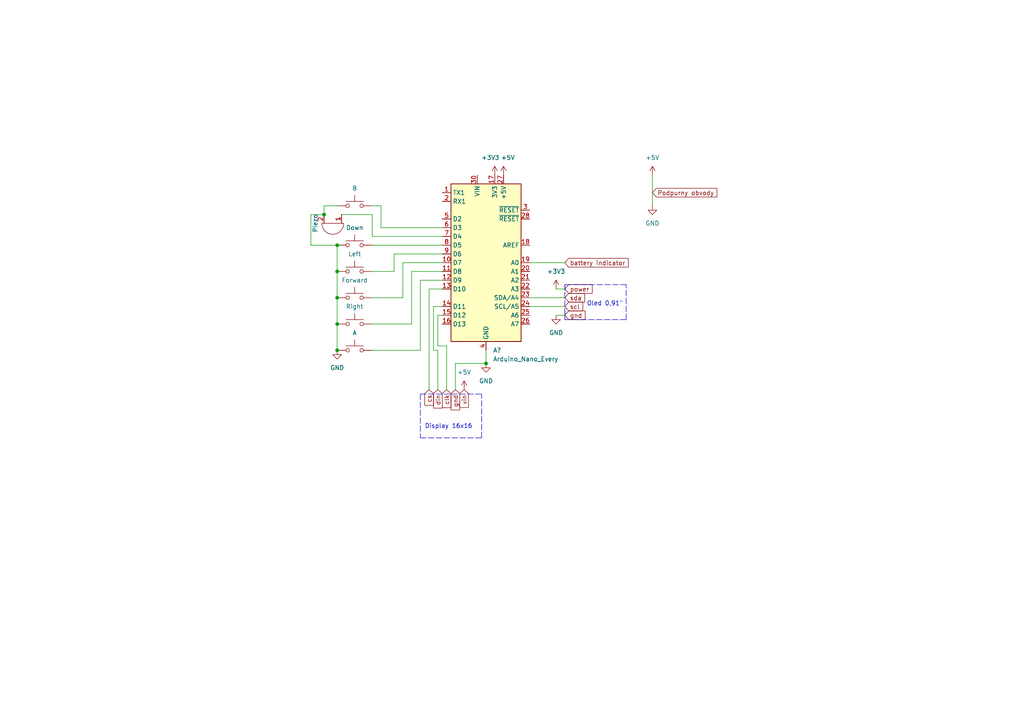
<source format=kicad_sch>
(kicad_sch (version 20211123) (generator eeschema)
  (paper "A4")
  (lib_symbols
    (symbol "Device:Buzzer" (pin_names (offset 0.0254) hide)
      (property "Reference" "BZ" (at 3.81 1.27 0))
      (property "Value" "Buzzer" (at 3.81 -1.27 0))
      (symbol "Buzzer_0_1"
        (arc (start 0 -3.175) (mid 3.175 0) (end 0 3.175))
        (polyline (pts (xy -1.651 1.905) (xy -1.143 1.905)))
        (polyline (pts (xy -1.397 2.159) (xy -1.397 1.651)))
        (polyline (pts (xy 0 3.175) (xy 0 -3.175)))
      )
      (symbol "Buzzer_1_1"
        (pin passive line (at -2.54 2.54 0) (length 2.54) (name "-") (number "1"))
        (pin passive line (at -2.54 -2.54 0) (length 2.54) (name "+") (number "2"))
      )
    )
    (symbol "MCU_Module:Arduino_Nano_Every"
      (property "Reference" "A?" (at 2.0194 -25.4 0))
      (property "Value" "Arduino_Nano_Every" (at 2.0194 -27.94 0))
      (symbol "Arduino_Nano_Every_0_1"
        (rectangle (start -10.16 22.86) (end 10.16 -22.86) (stroke (width 0.254)) (fill (type background)))
      )
      (symbol "Arduino_Nano_Every_1_1"
        (pin bidirectional line (at -12.7 20.32 0) (length 2.54) (name "TX1") (number "1"))
        (pin bidirectional line (at -12.7 0 0) (length 2.54) (name "D7") (number "10"))
        (pin bidirectional line (at -12.7 -2.54 0) (length 2.54) (name "D8") (number "11"))
        (pin bidirectional line (at -12.7 -5.08 0) (length 2.54) (name "D9") (number "12"))
        (pin bidirectional line (at -12.7 -7.62 0) (length 2.54) (name "D10") (number "13"))
        (pin bidirectional line (at -12.7 -12.7 0) (length 2.54) (name "D11") (number "14"))
        (pin bidirectional line (at -12.7 -15.24 0) (length 2.54) (name "D12") (number "15"))
        (pin bidirectional line (at -12.7 -17.78 0) (length 2.54) (name "D13") (number "16"))
        (pin power_out line (at 2.54 25.4 270) (length 2.54) (name "3V3") (number "17"))
        (pin input line (at 12.7 5.08 180) (length 2.54) (name "AREF") (number "18"))
        (pin bidirectional line (at 12.7 0 180) (length 2.54) (name "A0") (number "19"))
        (pin bidirectional line (at -12.7 17.78 0) (length 2.54) (name "RX1") (number "2"))
        (pin bidirectional line (at 12.7 -2.54 180) (length 2.54) (name "A1") (number "20"))
        (pin bidirectional line (at 12.7 -5.08 180) (length 2.54) (name "A2") (number "21"))
        (pin bidirectional line (at 12.7 -7.62 180) (length 2.54) (name "A3") (number "22"))
        (pin bidirectional line (at 12.7 -10.16 180) (length 2.54) (name "SDA/A4") (number "23"))
        (pin bidirectional line (at 12.7 -12.7 180) (length 2.54) (name "SCL/A5") (number "24"))
        (pin bidirectional line (at 12.7 -15.24 180) (length 2.54) (name "A6") (number "25"))
        (pin bidirectional line (at 12.7 -17.78 180) (length 2.54) (name "A7") (number "26"))
        (pin power_out line (at 5.08 25.4 270) (length 2.54) (name "+5V") (number "27"))
        (pin input line (at 12.7 12.7 180) (length 2.54) (name "~{RESET}") (number "28"))
        (pin passive line (at 0 -25.4 90) (length 2.54) hide (name "GND") (number "29"))
        (pin input line (at 12.7 15.24 180) (length 2.54) (name "~{RESET}") (number "3"))
        (pin power_in line (at -2.54 25.4 270) (length 2.54) (name "VIN") (number "30"))
        (pin power_in line (at 0 -25.4 90) (length 2.54) (name "GND") (number "4"))
        (pin bidirectional line (at -12.7 12.7 0) (length 2.54) (name "D2") (number "5"))
        (pin bidirectional line (at -12.7 10.16 0) (length 2.54) (name "D3") (number "6"))
        (pin bidirectional line (at -12.7 7.62 0) (length 2.54) (name "D4") (number "7"))
        (pin bidirectional line (at -12.7 5.08 0) (length 2.54) (name "D5") (number "8"))
        (pin bidirectional line (at -12.7 2.54 0) (length 2.54) (name "D6") (number "9"))
      )
    )
    (symbol "Switch:SW_Push" (pin_numbers hide) (pin_names (offset 1.016) hide)
      (property "Reference" "SW" (at 1.27 2.54 0))
      (property "Value" "SW_Push" (at 0 -1.524 0))
      (symbol "SW_Push_0_1"
        (circle (center -2.032 0) (radius 0.508))
        (polyline (pts (xy 0 1.27) (xy 0 3.048)))
        (polyline (pts (xy 2.54 1.27) (xy -2.54 1.27)))
        (circle (center 2.032 0) (radius 0.508))
        (pin passive line (at -5.08 0 0) (length 2.54) (name "1") (number "1"))
        (pin passive line (at 5.08 0 180) (length 2.54) (name "2") (number "2"))
      )
    )
    (symbol "power:+3.3V" (power) (pin_names (offset 0))
      (property "Value" "+3.3V" (at 0 3.556 0))
      (symbol "+3.3V_0_1"
        (polyline (pts (xy -0.762 1.27) (xy 0 2.54)))
        (polyline (pts (xy 0 0) (xy 0 2.54)))
        (polyline (pts (xy 0 2.54) (xy 0.762 1.27)))
      )
      (symbol "+3.3V_1_1"
        (pin power_in line (at 0 0 90) (length 0) hide (name "+3V3") (number "1"))
      )
    )
    (symbol "power:+5V" (power) (pin_names (offset 0))
      (property "Value" "+5V" (at 0 3.556 0))
      (symbol "+5V_0_1"
        (polyline (pts (xy -0.762 1.27) (xy 0 2.54)))
        (polyline (pts (xy 0 0) (xy 0 2.54)))
        (polyline (pts (xy 0 2.54) (xy 0.762 1.27)))
      )
      (symbol "+5V_1_1"
        (pin power_in line (at 0 0 90) (length 0) hide (name "+5V") (number "1"))
      )
    )
    (symbol "power:GND" (power) (pin_names (offset 0))
      (property "Value" "GND" (at 0 -3.81 0))
      (symbol "GND_0_1"
        (polyline (pts (xy 0 0) (xy 0 -1.27) (xy 1.27 -1.27) (xy 0 -2.54) (xy -1.27 -1.27) (xy 0 -1.27)))
      )
      (symbol "GND_1_1"
        (pin power_in line (at 0 0 270) (length 0) hide (name "GND") (number "1"))
      )
    )
  )
  (junction (at 93.98 62.23))
  (junction (at 97.79 101.6))
  (junction (at 97.79 93.98))
  (junction (at 140.97 105.41))
  (junction (at 97.79 78.74))
  (junction (at 97.79 86.36))
  (junction (at 97.79 71.12))
  (wire (pts (xy 124.46 83.82) (xy 124.46 113.03)))
  (wire (pts (xy 189.23 50.8) (xy 189.23 59.69)))
  (wire (pts (xy 129.54 100.33) (xy 129.54 113.03)))
  (polyline (pts (xy 163.83 82.55) (xy 163.83 92.71)))
  (polyline (pts (xy 181.61 82.55) (xy 163.83 82.55)))
  (wire (pts (xy 116.84 86.36) (xy 116.84 76.2)))
  (wire (pts (xy 161.29 83.82) (xy 163.83 83.82)))
  (wire (pts (xy 153.67 86.36) (xy 163.83 86.36)))
  (wire (pts (xy 97.79 93.98) (xy 97.79 101.6)))
  (wire (pts (xy 114.3 73.66) (xy 128.27 73.66)))
  (wire (pts (xy 127 91.44) (xy 127 100.33)))
  (wire (pts (xy 93.98 59.69) (xy 93.98 62.23)))
  (polyline (pts (xy 139.7 127) (xy 139.7 114.3)))
  (wire (pts (xy 107.95 71.12) (xy 128.27 71.12)))
  (wire (pts (xy 119.38 78.74) (xy 128.27 78.74)))
  (wire (pts (xy 127 100.33) (xy 129.54 100.33)))
  (wire (pts (xy 107.95 68.58) (xy 128.27 68.58)))
  (wire (pts (xy 128.27 88.9) (xy 125.73 88.9)))
  (wire (pts (xy 153.67 88.9) (xy 163.83 88.9)))
  (wire (pts (xy 132.08 113.03) (xy 132.08 105.41)))
  (wire (pts (xy 125.73 88.9) (xy 125.73 101.6)))
  (wire (pts (xy 97.79 78.74) (xy 97.79 86.36)))
  (wire (pts (xy 127 101.6) (xy 127 113.03)))
  (polyline (pts (xy 163.83 82.55) (xy 163.83 85.09)))
  (wire (pts (xy 121.92 81.28) (xy 128.27 81.28)))
  (wire (pts (xy 114.3 78.74) (xy 114.3 73.66)))
  (wire (pts (xy 90.17 71.12) (xy 97.79 71.12)))
  (wire (pts (xy 107.95 62.23) (xy 107.95 68.58)))
  (wire (pts (xy 128.27 91.44) (xy 127 91.44)))
  (wire (pts (xy 132.08 105.41) (xy 140.97 105.41)))
  (wire (pts (xy 116.84 76.2) (xy 128.27 76.2)))
  (polyline (pts (xy 163.83 92.71) (xy 181.61 92.71)))
  (wire (pts (xy 140.97 101.6) (xy 140.97 105.41)))
  (wire (pts (xy 110.49 66.04) (xy 128.27 66.04)))
  (wire (pts (xy 107.95 78.74) (xy 114.3 78.74)))
  (wire (pts (xy 119.38 93.98) (xy 119.38 78.74)))
  (wire (pts (xy 125.73 101.6) (xy 127 101.6)))
  (wire (pts (xy 93.98 62.23) (xy 90.17 62.23)))
  (polyline (pts (xy 121.92 114.3) (xy 121.92 127)))
  (polyline (pts (xy 121.92 114.3) (xy 139.7 114.3)))
  (wire (pts (xy 107.95 86.36) (xy 116.84 86.36)))
  (wire (pts (xy 110.49 59.69) (xy 110.49 66.04)))
  (wire (pts (xy 99.06 62.23) (xy 107.95 62.23)))
  (polyline (pts (xy 181.61 92.71) (xy 181.61 82.55)))
  (wire (pts (xy 107.95 101.6) (xy 121.92 101.6)))
  (wire (pts (xy 153.67 76.2) (xy 163.83 76.2)))
  (wire (pts (xy 128.27 83.82) (xy 124.46 83.82)))
  (wire (pts (xy 121.92 101.6) (xy 121.92 81.28)))
  (wire (pts (xy 107.95 93.98) (xy 119.38 93.98)))
  (wire (pts (xy 97.79 59.69) (xy 93.98 59.69)))
  (wire (pts (xy 161.29 91.44) (xy 163.83 91.44)))
  (wire (pts (xy 97.79 71.12) (xy 97.79 78.74)))
  (wire (pts (xy 90.17 62.23) (xy 90.17 71.12)))
  (wire (pts (xy 97.79 86.36) (xy 97.79 93.98)))
  (polyline (pts (xy 121.92 127) (xy 139.7 127)))
  (wire (pts (xy 107.95 59.69) (xy 110.49 59.69)))
  (polyline (pts (xy 163.83 90.17) (xy 163.83 92.71)))
  (text "Display 16x16" (at 123.19 124.46 0) (effects (font (size 1.27 1.27)) (justify left bottom)))
  (text "Oled 0,91\"\n" (at 170.18 88.9 0) (effects (font (size 1.27 1.27)) (justify left bottom)))
  (global_label "din" (shape input) (at 127 113.03 270) (property "Intersheet References" "${INTERSHEET_REFS}" (effects hide)))
  (global_label "gnd" (shape input) (at 163.83 91.44 0) (property "Intersheet References" "${INTERSHEET_REFS}" (effects hide)))
  (global_label "vin" (shape input) (at 134.62 113.03 270) (property "Intersheet References" "${INTERSHEET_REFS}" (effects hide)))
  (global_label "cs" (shape input) (at 124.46 113.03 270) (property "Intersheet References" "${INTERSHEET_REFS}" (effects hide)))
  (global_label "sda" (shape input) (at 163.83 86.36 0) (property "Intersheet References" "${INTERSHEET_REFS}" (effects hide)))
  (global_label "Podpurny obvody" (shape input) (at 189.23 55.88 0) (property "Intersheet References" "${INTERSHEET_REFS}" (effects hide)))
  (global_label "power" (shape input) (at 163.83 83.82 0) (property "Intersheet References" "${INTERSHEET_REFS}" (effects hide)))
  (global_label "clk" (shape input) (at 129.54 113.03 270) (property "Intersheet References" "${INTERSHEET_REFS}" (effects hide)))
  (global_label "gnd" (shape input) (at 132.08 113.03 270) (property "Intersheet References" "${INTERSHEET_REFS}" (effects hide)))
  (global_label "scl" (shape input) (at 163.83 88.9 0) (property "Intersheet References" "${INTERSHEET_REFS}" (effects hide)))
  (global_label "battery indicator" (shape input) (at 163.83 76.2 0) (property "Intersheet References" "${INTERSHEET_REFS}" (effects hide)))
  (symbol (lib_id "power:+3.3V") (at 161.29 83.82 0) (unit 1)
    (property "Reference" "#PWR?" (effects hide))
    (property "Value" "+3.3V" (at 161.29 78.74 0))
  )
  (symbol (lib_id "Switch:SW_Push") (at 102.87 86.36 0) (unit 1)
    (property "Reference" "Forward" (at 102.87 81.28 0))
    (property "Value" "SW_Push" (effects hide))
  )
  (symbol (lib_id "Switch:SW_Push") (at 102.87 71.12 0) (unit 1)
    (property "Reference" "Down" (at 102.87 66.04 0))
    (property "Value" "SW_Push" (effects hide))
  )
  (symbol (lib_id "power:+5V") (at 146.05 50.8 0) (unit 1)
    (property "Reference" "#PWR?" (effects hide))
    (property "Value" "+5V" (at 147.32 45.72 0))
  )
  (symbol (lib_id "MCU_Module:Arduino_Nano_Every") (at 140.97 76.2 0) (unit 1)
    (property "Reference" "A?" (at 142.9894 101.6 0) (effects (justify left)))
    (property "Value" "Arduino_Nano_Every" (at 142.9894 104.14 0) (effects (justify left)))
    (property "Footprint" "Module:Arduino_Nano" (effects hide))
    (property "Datasheet" "https://content.arduino.cc/assets/NANOEveryV3.0_sch.pdf" (effects hide))
  )
  (symbol (lib_id "power:+5V") (at 134.62 113.03 0) (unit 1)
    (property "Reference" "#PWR?" (effects hide))
    (property "Value" "+5V" (at 134.62 107.95 0))
  )
  (symbol (lib_id "Switch:SW_Push") (at 102.87 78.74 0) (unit 1)
    (property "Reference" "Left" (at 102.87 73.66 0))
    (property "Value" "SW_Push" (effects hide))
  )
  (symbol (lib_id "power:+5V") (at 189.23 50.8 0) (unit 1)
    (property "Reference" "#PWR?" (effects hide))
    (property "Value" "+5V" (at 189.23 45.72 0))
  )
  (symbol (lib_id "Switch:SW_Push") (at 102.87 93.98 0) (unit 1)
    (property "Reference" "Right" (at 102.87 88.9 0))
    (property "Value" "SW_Push" (effects hide))
  )
  (symbol (lib_id "power:GND") (at 189.23 59.69 0) (unit 1)
    (property "Reference" "#PWR?" (effects hide))
    (property "Value" "GND" (at 189.23 64.77 0))
  )
  (symbol (lib_id "Switch:SW_Push") (at 102.87 101.6 0) (unit 1)
    (property "Reference" "A" (at 102.87 96.52 0))
    (property "Value" "SW_Push" (effects hide))
  )
  (symbol (lib_id "power:+3.3V") (at 143.51 50.8 0) (unit 1)
    (property "Reference" "#PWR?" (effects hide))
    (property "Value" "+3.3V" (at 142.24 45.72 0))
  )
  (symbol (lib_id "Device:Buzzer") (at 96.52 64.77 270) (unit 1)
    (property "Reference" "Piezo" (at 91.44 64.77 0))
    (property "Value" "Buzzer" (effects hide))
  )
  (symbol (lib_id "Switch:SW_Push") (at 102.87 59.69 0) (unit 1)
    (property "Reference" "B" (at 102.87 54.61 0))
    (property "Value" "SW_Push" (effects hide))
  )
  (symbol (lib_id "power:GND") (at 140.97 105.41 0) (unit 1)
    (property "Reference" "#PWR?" (effects hide))
    (property "Value" "GND" (at 140.97 110.49 0))
  )
  (symbol (lib_id "power:GND") (at 161.29 91.44 0) (unit 1)
    (property "Reference" "#PWR?" (effects hide))
    (property "Value" "GND" (at 161.29 96.52 0))
  )
  (symbol (lib_id "power:GND") (at 97.79 101.6 0) (unit 1)
    (property "Reference" "#PWR?" (effects hide))
    (property "Value" "GND" (at 97.79 106.68 0))
  )
)
</source>
